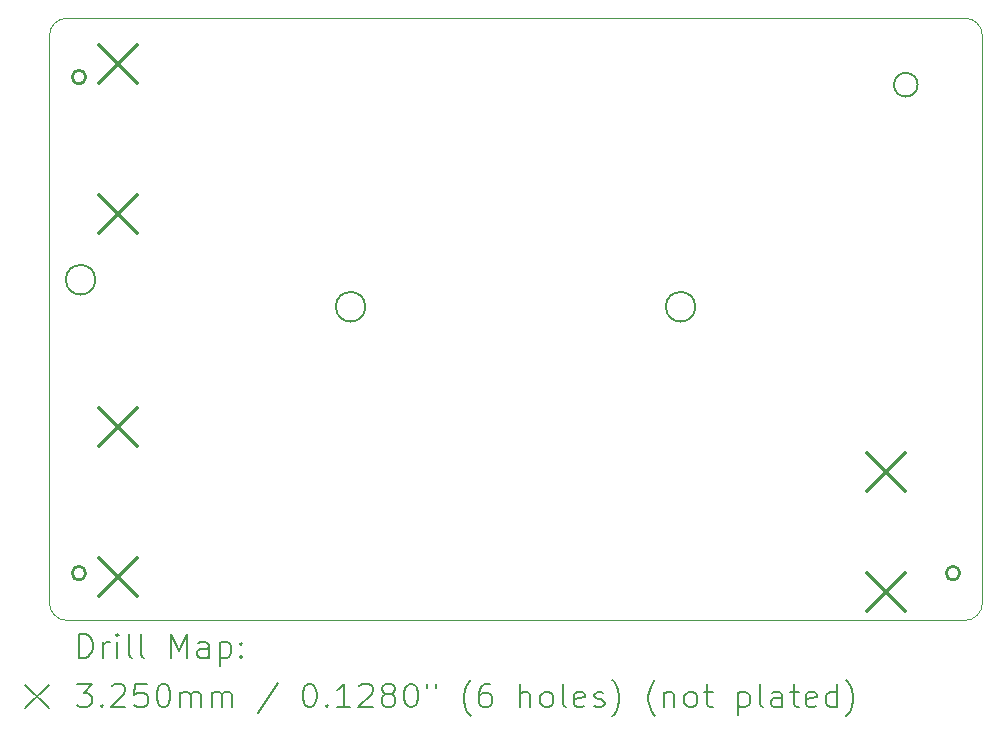
<source format=gbr>
%FSLAX45Y45*%
G04 Gerber Fmt 4.5, Leading zero omitted, Abs format (unit mm)*
G04 Created by KiCad (PCBNEW (6.0.0)) date 2022-01-07 11:58:41*
%MOMM*%
%LPD*%
G01*
G04 APERTURE LIST*
%TA.AperFunction,Profile*%
%ADD10C,0.100000*%
%TD*%
%TA.AperFunction,Profile*%
%ADD11C,0.200000*%
%TD*%
%TA.AperFunction,Profile*%
%ADD12C,0.249000*%
%TD*%
%ADD13C,0.200000*%
%ADD14C,0.325000*%
G04 APERTURE END LIST*
D10*
X10300000Y-6700000D02*
G75*
G03*
X10150000Y-6850000I0J-150000D01*
G01*
X10150000Y-6850000D02*
X10150000Y-11650000D01*
D11*
X10539000Y-8915400D02*
G75*
G03*
X10539000Y-8915400I-125000J0D01*
G01*
D10*
X18050000Y-11650000D02*
X18050000Y-6850000D01*
X17900000Y-6700000D02*
X10300000Y-6700000D01*
X10300000Y-11800000D02*
X17900000Y-11800000D01*
D12*
X17857600Y-11400000D02*
G75*
G03*
X17857600Y-11400000I-57600J0D01*
G01*
D10*
X10150000Y-11650000D02*
G75*
G03*
X10300000Y-11800000I150000J0D01*
G01*
D11*
X15619000Y-9144000D02*
G75*
G03*
X15619000Y-9144000I-125000J0D01*
G01*
X17500600Y-7264400D02*
G75*
G03*
X17500600Y-7264400I-100000J0D01*
G01*
X12825000Y-9144000D02*
G75*
G03*
X12825000Y-9144000I-125000J0D01*
G01*
D12*
X10457600Y-7200000D02*
G75*
G03*
X10457600Y-7200000I-57600J0D01*
G01*
D10*
X18050000Y-6850000D02*
G75*
G03*
X17900000Y-6700000I-150000J0D01*
G01*
D12*
X10457600Y-11400000D02*
G75*
G03*
X10457600Y-11400000I-57600J0D01*
G01*
D10*
X17900000Y-11800000D02*
G75*
G03*
X18050000Y-11650000I0J150000D01*
G01*
D13*
D14*
X10568800Y-6924100D02*
X10893800Y-7249100D01*
X10893800Y-6924100D02*
X10568800Y-7249100D01*
X10568800Y-8194100D02*
X10893800Y-8519100D01*
X10893800Y-8194100D02*
X10568800Y-8519100D01*
X10568800Y-9997500D02*
X10893800Y-10322500D01*
X10893800Y-9997500D02*
X10568800Y-10322500D01*
X10568800Y-11267500D02*
X10893800Y-11592500D01*
X10893800Y-11267500D02*
X10568800Y-11592500D01*
X17069100Y-10378500D02*
X17394100Y-10703500D01*
X17394100Y-10378500D02*
X17069100Y-10703500D01*
X17069100Y-11394500D02*
X17394100Y-11719500D01*
X17394100Y-11394500D02*
X17069100Y-11719500D01*
D13*
X10402619Y-12115476D02*
X10402619Y-11915476D01*
X10450238Y-11915476D01*
X10478810Y-11925000D01*
X10497857Y-11944048D01*
X10507381Y-11963095D01*
X10516905Y-12001190D01*
X10516905Y-12029762D01*
X10507381Y-12067857D01*
X10497857Y-12086905D01*
X10478810Y-12105952D01*
X10450238Y-12115476D01*
X10402619Y-12115476D01*
X10602619Y-12115476D02*
X10602619Y-11982143D01*
X10602619Y-12020238D02*
X10612143Y-12001190D01*
X10621667Y-11991667D01*
X10640714Y-11982143D01*
X10659762Y-11982143D01*
X10726429Y-12115476D02*
X10726429Y-11982143D01*
X10726429Y-11915476D02*
X10716905Y-11925000D01*
X10726429Y-11934524D01*
X10735952Y-11925000D01*
X10726429Y-11915476D01*
X10726429Y-11934524D01*
X10850238Y-12115476D02*
X10831190Y-12105952D01*
X10821667Y-12086905D01*
X10821667Y-11915476D01*
X10955000Y-12115476D02*
X10935952Y-12105952D01*
X10926429Y-12086905D01*
X10926429Y-11915476D01*
X11183571Y-12115476D02*
X11183571Y-11915476D01*
X11250238Y-12058333D01*
X11316905Y-11915476D01*
X11316905Y-12115476D01*
X11497857Y-12115476D02*
X11497857Y-12010714D01*
X11488333Y-11991667D01*
X11469286Y-11982143D01*
X11431190Y-11982143D01*
X11412143Y-11991667D01*
X11497857Y-12105952D02*
X11478809Y-12115476D01*
X11431190Y-12115476D01*
X11412143Y-12105952D01*
X11402619Y-12086905D01*
X11402619Y-12067857D01*
X11412143Y-12048809D01*
X11431190Y-12039286D01*
X11478809Y-12039286D01*
X11497857Y-12029762D01*
X11593095Y-11982143D02*
X11593095Y-12182143D01*
X11593095Y-11991667D02*
X11612143Y-11982143D01*
X11650238Y-11982143D01*
X11669286Y-11991667D01*
X11678809Y-12001190D01*
X11688333Y-12020238D01*
X11688333Y-12077381D01*
X11678809Y-12096428D01*
X11669286Y-12105952D01*
X11650238Y-12115476D01*
X11612143Y-12115476D01*
X11593095Y-12105952D01*
X11774048Y-12096428D02*
X11783571Y-12105952D01*
X11774048Y-12115476D01*
X11764524Y-12105952D01*
X11774048Y-12096428D01*
X11774048Y-12115476D01*
X11774048Y-11991667D02*
X11783571Y-12001190D01*
X11774048Y-12010714D01*
X11764524Y-12001190D01*
X11774048Y-11991667D01*
X11774048Y-12010714D01*
X9945000Y-12345000D02*
X10145000Y-12545000D01*
X10145000Y-12345000D02*
X9945000Y-12545000D01*
X10383571Y-12335476D02*
X10507381Y-12335476D01*
X10440714Y-12411667D01*
X10469286Y-12411667D01*
X10488333Y-12421190D01*
X10497857Y-12430714D01*
X10507381Y-12449762D01*
X10507381Y-12497381D01*
X10497857Y-12516428D01*
X10488333Y-12525952D01*
X10469286Y-12535476D01*
X10412143Y-12535476D01*
X10393095Y-12525952D01*
X10383571Y-12516428D01*
X10593095Y-12516428D02*
X10602619Y-12525952D01*
X10593095Y-12535476D01*
X10583571Y-12525952D01*
X10593095Y-12516428D01*
X10593095Y-12535476D01*
X10678810Y-12354524D02*
X10688333Y-12345000D01*
X10707381Y-12335476D01*
X10755000Y-12335476D01*
X10774048Y-12345000D01*
X10783571Y-12354524D01*
X10793095Y-12373571D01*
X10793095Y-12392619D01*
X10783571Y-12421190D01*
X10669286Y-12535476D01*
X10793095Y-12535476D01*
X10974048Y-12335476D02*
X10878810Y-12335476D01*
X10869286Y-12430714D01*
X10878810Y-12421190D01*
X10897857Y-12411667D01*
X10945476Y-12411667D01*
X10964524Y-12421190D01*
X10974048Y-12430714D01*
X10983571Y-12449762D01*
X10983571Y-12497381D01*
X10974048Y-12516428D01*
X10964524Y-12525952D01*
X10945476Y-12535476D01*
X10897857Y-12535476D01*
X10878810Y-12525952D01*
X10869286Y-12516428D01*
X11107381Y-12335476D02*
X11126429Y-12335476D01*
X11145476Y-12345000D01*
X11155000Y-12354524D01*
X11164524Y-12373571D01*
X11174048Y-12411667D01*
X11174048Y-12459286D01*
X11164524Y-12497381D01*
X11155000Y-12516428D01*
X11145476Y-12525952D01*
X11126429Y-12535476D01*
X11107381Y-12535476D01*
X11088333Y-12525952D01*
X11078810Y-12516428D01*
X11069286Y-12497381D01*
X11059762Y-12459286D01*
X11059762Y-12411667D01*
X11069286Y-12373571D01*
X11078810Y-12354524D01*
X11088333Y-12345000D01*
X11107381Y-12335476D01*
X11259762Y-12535476D02*
X11259762Y-12402143D01*
X11259762Y-12421190D02*
X11269286Y-12411667D01*
X11288333Y-12402143D01*
X11316905Y-12402143D01*
X11335952Y-12411667D01*
X11345476Y-12430714D01*
X11345476Y-12535476D01*
X11345476Y-12430714D02*
X11355000Y-12411667D01*
X11374048Y-12402143D01*
X11402619Y-12402143D01*
X11421667Y-12411667D01*
X11431190Y-12430714D01*
X11431190Y-12535476D01*
X11526428Y-12535476D02*
X11526428Y-12402143D01*
X11526428Y-12421190D02*
X11535952Y-12411667D01*
X11555000Y-12402143D01*
X11583571Y-12402143D01*
X11602619Y-12411667D01*
X11612143Y-12430714D01*
X11612143Y-12535476D01*
X11612143Y-12430714D02*
X11621667Y-12411667D01*
X11640714Y-12402143D01*
X11669286Y-12402143D01*
X11688333Y-12411667D01*
X11697857Y-12430714D01*
X11697857Y-12535476D01*
X12088333Y-12325952D02*
X11916905Y-12583095D01*
X12345476Y-12335476D02*
X12364524Y-12335476D01*
X12383571Y-12345000D01*
X12393095Y-12354524D01*
X12402619Y-12373571D01*
X12412143Y-12411667D01*
X12412143Y-12459286D01*
X12402619Y-12497381D01*
X12393095Y-12516428D01*
X12383571Y-12525952D01*
X12364524Y-12535476D01*
X12345476Y-12535476D01*
X12326428Y-12525952D01*
X12316905Y-12516428D01*
X12307381Y-12497381D01*
X12297857Y-12459286D01*
X12297857Y-12411667D01*
X12307381Y-12373571D01*
X12316905Y-12354524D01*
X12326428Y-12345000D01*
X12345476Y-12335476D01*
X12497857Y-12516428D02*
X12507381Y-12525952D01*
X12497857Y-12535476D01*
X12488333Y-12525952D01*
X12497857Y-12516428D01*
X12497857Y-12535476D01*
X12697857Y-12535476D02*
X12583571Y-12535476D01*
X12640714Y-12535476D02*
X12640714Y-12335476D01*
X12621667Y-12364048D01*
X12602619Y-12383095D01*
X12583571Y-12392619D01*
X12774048Y-12354524D02*
X12783571Y-12345000D01*
X12802619Y-12335476D01*
X12850238Y-12335476D01*
X12869286Y-12345000D01*
X12878809Y-12354524D01*
X12888333Y-12373571D01*
X12888333Y-12392619D01*
X12878809Y-12421190D01*
X12764524Y-12535476D01*
X12888333Y-12535476D01*
X13002619Y-12421190D02*
X12983571Y-12411667D01*
X12974048Y-12402143D01*
X12964524Y-12383095D01*
X12964524Y-12373571D01*
X12974048Y-12354524D01*
X12983571Y-12345000D01*
X13002619Y-12335476D01*
X13040714Y-12335476D01*
X13059762Y-12345000D01*
X13069286Y-12354524D01*
X13078809Y-12373571D01*
X13078809Y-12383095D01*
X13069286Y-12402143D01*
X13059762Y-12411667D01*
X13040714Y-12421190D01*
X13002619Y-12421190D01*
X12983571Y-12430714D01*
X12974048Y-12440238D01*
X12964524Y-12459286D01*
X12964524Y-12497381D01*
X12974048Y-12516428D01*
X12983571Y-12525952D01*
X13002619Y-12535476D01*
X13040714Y-12535476D01*
X13059762Y-12525952D01*
X13069286Y-12516428D01*
X13078809Y-12497381D01*
X13078809Y-12459286D01*
X13069286Y-12440238D01*
X13059762Y-12430714D01*
X13040714Y-12421190D01*
X13202619Y-12335476D02*
X13221667Y-12335476D01*
X13240714Y-12345000D01*
X13250238Y-12354524D01*
X13259762Y-12373571D01*
X13269286Y-12411667D01*
X13269286Y-12459286D01*
X13259762Y-12497381D01*
X13250238Y-12516428D01*
X13240714Y-12525952D01*
X13221667Y-12535476D01*
X13202619Y-12535476D01*
X13183571Y-12525952D01*
X13174048Y-12516428D01*
X13164524Y-12497381D01*
X13155000Y-12459286D01*
X13155000Y-12411667D01*
X13164524Y-12373571D01*
X13174048Y-12354524D01*
X13183571Y-12345000D01*
X13202619Y-12335476D01*
X13345476Y-12335476D02*
X13345476Y-12373571D01*
X13421667Y-12335476D02*
X13421667Y-12373571D01*
X13716905Y-12611667D02*
X13707381Y-12602143D01*
X13688333Y-12573571D01*
X13678809Y-12554524D01*
X13669286Y-12525952D01*
X13659762Y-12478333D01*
X13659762Y-12440238D01*
X13669286Y-12392619D01*
X13678809Y-12364048D01*
X13688333Y-12345000D01*
X13707381Y-12316428D01*
X13716905Y-12306905D01*
X13878809Y-12335476D02*
X13840714Y-12335476D01*
X13821667Y-12345000D01*
X13812143Y-12354524D01*
X13793095Y-12383095D01*
X13783571Y-12421190D01*
X13783571Y-12497381D01*
X13793095Y-12516428D01*
X13802619Y-12525952D01*
X13821667Y-12535476D01*
X13859762Y-12535476D01*
X13878809Y-12525952D01*
X13888333Y-12516428D01*
X13897857Y-12497381D01*
X13897857Y-12449762D01*
X13888333Y-12430714D01*
X13878809Y-12421190D01*
X13859762Y-12411667D01*
X13821667Y-12411667D01*
X13802619Y-12421190D01*
X13793095Y-12430714D01*
X13783571Y-12449762D01*
X14135952Y-12535476D02*
X14135952Y-12335476D01*
X14221667Y-12535476D02*
X14221667Y-12430714D01*
X14212143Y-12411667D01*
X14193095Y-12402143D01*
X14164524Y-12402143D01*
X14145476Y-12411667D01*
X14135952Y-12421190D01*
X14345476Y-12535476D02*
X14326428Y-12525952D01*
X14316905Y-12516428D01*
X14307381Y-12497381D01*
X14307381Y-12440238D01*
X14316905Y-12421190D01*
X14326428Y-12411667D01*
X14345476Y-12402143D01*
X14374048Y-12402143D01*
X14393095Y-12411667D01*
X14402619Y-12421190D01*
X14412143Y-12440238D01*
X14412143Y-12497381D01*
X14402619Y-12516428D01*
X14393095Y-12525952D01*
X14374048Y-12535476D01*
X14345476Y-12535476D01*
X14526428Y-12535476D02*
X14507381Y-12525952D01*
X14497857Y-12506905D01*
X14497857Y-12335476D01*
X14678809Y-12525952D02*
X14659762Y-12535476D01*
X14621667Y-12535476D01*
X14602619Y-12525952D01*
X14593095Y-12506905D01*
X14593095Y-12430714D01*
X14602619Y-12411667D01*
X14621667Y-12402143D01*
X14659762Y-12402143D01*
X14678809Y-12411667D01*
X14688333Y-12430714D01*
X14688333Y-12449762D01*
X14593095Y-12468809D01*
X14764524Y-12525952D02*
X14783571Y-12535476D01*
X14821667Y-12535476D01*
X14840714Y-12525952D01*
X14850238Y-12506905D01*
X14850238Y-12497381D01*
X14840714Y-12478333D01*
X14821667Y-12468809D01*
X14793095Y-12468809D01*
X14774048Y-12459286D01*
X14764524Y-12440238D01*
X14764524Y-12430714D01*
X14774048Y-12411667D01*
X14793095Y-12402143D01*
X14821667Y-12402143D01*
X14840714Y-12411667D01*
X14916905Y-12611667D02*
X14926428Y-12602143D01*
X14945476Y-12573571D01*
X14955000Y-12554524D01*
X14964524Y-12525952D01*
X14974048Y-12478333D01*
X14974048Y-12440238D01*
X14964524Y-12392619D01*
X14955000Y-12364048D01*
X14945476Y-12345000D01*
X14926428Y-12316428D01*
X14916905Y-12306905D01*
X15278809Y-12611667D02*
X15269286Y-12602143D01*
X15250238Y-12573571D01*
X15240714Y-12554524D01*
X15231190Y-12525952D01*
X15221667Y-12478333D01*
X15221667Y-12440238D01*
X15231190Y-12392619D01*
X15240714Y-12364048D01*
X15250238Y-12345000D01*
X15269286Y-12316428D01*
X15278809Y-12306905D01*
X15355000Y-12402143D02*
X15355000Y-12535476D01*
X15355000Y-12421190D02*
X15364524Y-12411667D01*
X15383571Y-12402143D01*
X15412143Y-12402143D01*
X15431190Y-12411667D01*
X15440714Y-12430714D01*
X15440714Y-12535476D01*
X15564524Y-12535476D02*
X15545476Y-12525952D01*
X15535952Y-12516428D01*
X15526428Y-12497381D01*
X15526428Y-12440238D01*
X15535952Y-12421190D01*
X15545476Y-12411667D01*
X15564524Y-12402143D01*
X15593095Y-12402143D01*
X15612143Y-12411667D01*
X15621667Y-12421190D01*
X15631190Y-12440238D01*
X15631190Y-12497381D01*
X15621667Y-12516428D01*
X15612143Y-12525952D01*
X15593095Y-12535476D01*
X15564524Y-12535476D01*
X15688333Y-12402143D02*
X15764524Y-12402143D01*
X15716905Y-12335476D02*
X15716905Y-12506905D01*
X15726428Y-12525952D01*
X15745476Y-12535476D01*
X15764524Y-12535476D01*
X15983571Y-12402143D02*
X15983571Y-12602143D01*
X15983571Y-12411667D02*
X16002619Y-12402143D01*
X16040714Y-12402143D01*
X16059762Y-12411667D01*
X16069286Y-12421190D01*
X16078809Y-12440238D01*
X16078809Y-12497381D01*
X16069286Y-12516428D01*
X16059762Y-12525952D01*
X16040714Y-12535476D01*
X16002619Y-12535476D01*
X15983571Y-12525952D01*
X16193095Y-12535476D02*
X16174048Y-12525952D01*
X16164524Y-12506905D01*
X16164524Y-12335476D01*
X16355000Y-12535476D02*
X16355000Y-12430714D01*
X16345476Y-12411667D01*
X16326428Y-12402143D01*
X16288333Y-12402143D01*
X16269286Y-12411667D01*
X16355000Y-12525952D02*
X16335952Y-12535476D01*
X16288333Y-12535476D01*
X16269286Y-12525952D01*
X16259762Y-12506905D01*
X16259762Y-12487857D01*
X16269286Y-12468809D01*
X16288333Y-12459286D01*
X16335952Y-12459286D01*
X16355000Y-12449762D01*
X16421667Y-12402143D02*
X16497857Y-12402143D01*
X16450238Y-12335476D02*
X16450238Y-12506905D01*
X16459762Y-12525952D01*
X16478809Y-12535476D01*
X16497857Y-12535476D01*
X16640714Y-12525952D02*
X16621667Y-12535476D01*
X16583571Y-12535476D01*
X16564524Y-12525952D01*
X16555000Y-12506905D01*
X16555000Y-12430714D01*
X16564524Y-12411667D01*
X16583571Y-12402143D01*
X16621667Y-12402143D01*
X16640714Y-12411667D01*
X16650238Y-12430714D01*
X16650238Y-12449762D01*
X16555000Y-12468809D01*
X16821667Y-12535476D02*
X16821667Y-12335476D01*
X16821667Y-12525952D02*
X16802619Y-12535476D01*
X16764524Y-12535476D01*
X16745476Y-12525952D01*
X16735952Y-12516428D01*
X16726428Y-12497381D01*
X16726428Y-12440238D01*
X16735952Y-12421190D01*
X16745476Y-12411667D01*
X16764524Y-12402143D01*
X16802619Y-12402143D01*
X16821667Y-12411667D01*
X16897857Y-12611667D02*
X16907381Y-12602143D01*
X16926429Y-12573571D01*
X16935952Y-12554524D01*
X16945476Y-12525952D01*
X16955000Y-12478333D01*
X16955000Y-12440238D01*
X16945476Y-12392619D01*
X16935952Y-12364048D01*
X16926429Y-12345000D01*
X16907381Y-12316428D01*
X16897857Y-12306905D01*
M02*

</source>
